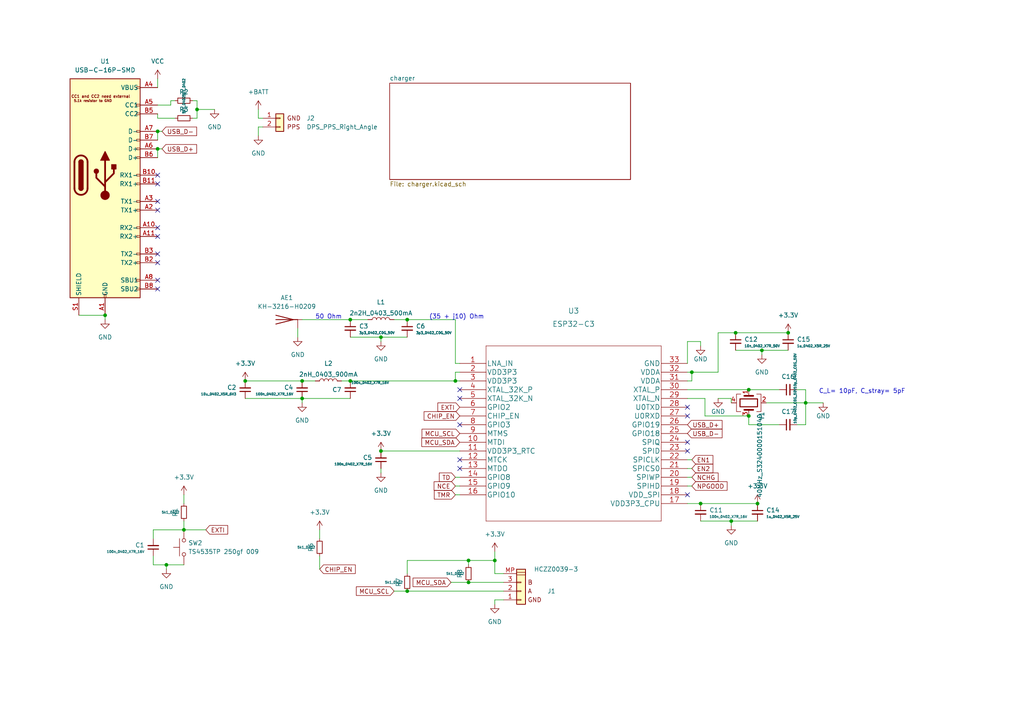
<source format=kicad_sch>
(kicad_sch (version 20231120) (generator "eeschema") (generator_version "8.0")
  (paper "A4")
  (lib_symbols
    (symbol "1_switch:TS4535TP 250gf 009" (pin_numbers hide) (pin_names (offset 1.016) hide)
      (property "Reference" "SW" (at 1.27 2.54 0))
      (property "Value" "TS4535TP 250gf 009" (at 0 -3.175 0))
      (symbol "TS4535TP 250gf 009_0_1"
        (circle (center -2.032 0) (radius 0.508))
        (polyline (pts (xy 0 1.27) (xy 0 3.048)))
        (polyline (pts (xy 2.54 1.27) (xy -2.54 1.27)))
        (circle (center 2.032 0) (radius 0.508))
        (pin passive line (at -5.08 0 0) (length 2.54) (name "1") (number "1"))
        (pin passive line (at 5.08 0 180) (length 2.54) (name "2") (number "2"))
      )
    )
    (symbol "DPS_connectors:DPS_485" (pin_names (offset 1.016) hide)
      (property "Reference" "J" (at 0 5.08 0))
      (property "Value" "HCZZ0039-3" (at 10.16 -6.35 0))
      (symbol "DPS_485_0_0"
        (text "GND" (at 1.905 2.54 0) (effects (font (size 1.27 1.27)) (justify left)))
      )
      (symbol "DPS_485_0_1"
        (rectangle (start -1.27 -4.699) (end 1.27 -5.461))
      )
      (symbol "DPS_485_1_0"
        (text "B" (at 1.905 -2.54 0) (effects (font (size 1.27 1.27)) (justify left)))
      )
      (symbol "DPS_485_1_1"
        (rectangle (start -1.27 -2.413) (end 0 -2.667) (stroke (width 0.1524)))
        (rectangle (start -1.27 0.127) (end 0 -0.127) (stroke (width 0.1524)))
        (rectangle (start -1.27 2.667) (end 0 2.413) (stroke (width 0.1524)))
        (rectangle (start -1.27 3.81) (end 1.27 -6.35) (stroke (width 0.254)) (fill (type background)))
        (text "A" (at 1.905 0 0) (effects (font (size 1.27 1.27)) (justify left)))
        (pin passive line (at -5.08 2.54 0) (length 3.81) (name "Pin_1") (number "1"))
        (pin passive line (at -5.08 0 0) (length 3.81) (name "Pin_2") (number "2"))
        (pin passive line (at -5.08 -2.54 0) (length 3.81) (name "Pin_3") (number "3"))
        (pin passive line (at -5.08 -5.08 0) (length 3.81) (name "MP") (number "MP"))
      )
    )
    (symbol "DPS_connectors:DPS_PPS_Right_Angle" (pin_names (offset 1.016) hide)
      (property "Reference" "J" (at 0 3.81 0))
      (property "Value" "DPS_PPS_Right_Angle" (at 0 -3.81 0))
      (symbol "DPS_PPS_Right_Angle_0_0"
        (text "GND" (at 1.905 1.27 0) (effects (font (size 1.27 1.27)) (justify left)))
      )
      (symbol "DPS_PPS_Right_Angle_1_0"
        (text "PPS" (at 1.905 -1.27 0) (effects (font (size 1.27 1.27)) (justify left)))
      )
      (symbol "DPS_PPS_Right_Angle_1_1"
        (rectangle (start -1.27 -1.143) (end 0 -1.397) (stroke (width 0.1524)))
        (rectangle (start -1.27 1.397) (end 0 1.143) (stroke (width 0.1524)))
        (rectangle (start -1.27 2.54) (end 1.016 -2.54) (stroke (width 0.254)) (fill (type background)))
        (pin passive line (at -5.08 1.27 0) (length 3.81) (name "Pin_1") (number "1"))
        (pin passive line (at -5.08 -1.27 0) (length 3.81) (name "Pin_2") (number "2"))
      )
    )
    (symbol "DPS_connectors:USB-C-16P-SMD"
      (property "Reference" "U" (at 0 36.83 0))
      (property "Value" "USB-C-16P-SMD" (at 0 34.29 0))
      (symbol "USB-C-16P-SMD_0_0"
        (rectangle (start -0.254 -30.48) (end 0.254 -29.464))
        (rectangle (start 10.16 -27.686) (end 9.144 -28.194))
        (rectangle (start 10.16 -25.146) (end 9.144 -25.654))
        (rectangle (start 10.16 -20.066) (end 9.144 -20.574))
        (rectangle (start 10.16 -17.526) (end 9.144 -18.034))
        (rectangle (start 10.16 -12.446) (end 9.144 -12.954))
        (rectangle (start 10.16 -9.906) (end 9.144 -10.414))
        (rectangle (start 10.16 -4.826) (end 9.144 -5.334))
        (rectangle (start 10.16 -2.286) (end 9.144 -2.794))
        (rectangle (start 10.16 2.794) (end 9.144 2.286))
        (rectangle (start 10.16 5.334) (end 9.144 4.826))
        (rectangle (start 10.16 10.414) (end 9.144 9.906))
        (rectangle (start 10.16 12.954) (end 9.144 12.446))
        (rectangle (start 10.16 15.494) (end 9.144 14.986))
        (rectangle (start 10.16 18.034) (end 9.144 17.526))
        (rectangle (start 10.16 23.114) (end 9.144 22.606))
        (rectangle (start 10.16 25.654) (end 9.144 25.146))
        (rectangle (start 10.16 30.734) (end 9.144 30.226))
        (text " 5.1k resistor to GND" (at -3.81 26.67 0) (effects (font (size 0.7 0.7))))
        (text "CC1 and CC2 need external" (at -1.27 27.94 0) (effects (font (size 0.8 0.8))))
      )
      (symbol "USB-C-16P-SMD_0_1"
        (rectangle (start -10.16 33.02) (end 10.16 -30.48) (stroke (width 0.254)) (fill (type background)))
        (arc (start -8.89 1.27) (mid -6.985 -0.6267) (end -5.08 1.27) (stroke (width 0.508)))
        (arc (start -7.62 1.27) (mid -6.985 0.6377) (end -6.35 1.27) (stroke (width 0.254)))
        (arc (start -7.62 1.27) (mid -6.985 0.6377) (end -6.35 1.27) (stroke (width 0.254)) (fill (type outline)))
        (rectangle (start -7.62 1.27) (end -6.35 8.89) (stroke (width 0.254)) (fill (type outline)))
        (arc (start -6.35 8.89) (mid -6.985 9.5223) (end -7.62 8.89) (stroke (width 0.254)))
        (arc (start -6.35 8.89) (mid -6.985 9.5223) (end -7.62 8.89) (stroke (width 0.254)) (fill (type outline)))
        (arc (start -5.08 8.89) (mid -6.985 10.7867) (end -8.89 8.89) (stroke (width 0.508)))
        (polyline (pts (xy -8.89 1.27) (xy -8.89 8.89)) (stroke (width 0.508)))
        (polyline (pts (xy -5.08 8.89) (xy -5.08 1.27)) (stroke (width 0.508)))
      )
      (symbol "USB-C-16P-SMD_1_1"
        (circle (center -2.54 6.223) (radius 0.635) (stroke (width 0.254)) (fill (type outline)))
        (circle (center 0 -0.762) (radius 1.27) (fill (type outline)))
        (polyline (pts (xy 0 -0.762) (xy 0 9.398)) (stroke (width 0.508)))
        (polyline (pts (xy 0 1.778) (xy -2.54 4.318) (xy -2.54 5.588)) (stroke (width 0.508)))
        (polyline (pts (xy 0 3.048) (xy 2.54 5.588) (xy 2.54 6.858)) (stroke (width 0.508)))
        (polyline (pts (xy -1.27 9.398) (xy 0 11.938) (xy 1.27 9.398) (xy -1.27 9.398)) (stroke (width 0.254)) (fill (type outline)))
        (rectangle (start 1.905 6.858) (end 3.175 8.128) (stroke (width 0.254)) (fill (type outline)))
        (pin passive line (at 0 -35.56 90) (length 5.08) (name "GND") (number "A1"))
        (pin bidirectional line (at 15.24 -10.16 180) (length 5.08) (name "RX2-") (number "A10"))
        (pin bidirectional line (at 15.24 -12.7 180) (length 5.08) (name "RX2+") (number "A11"))
        (pin passive line (at 0 -35.56 90) (length 5.08) hide (name "GND") (number "A12"))
        (pin bidirectional line (at 15.24 -5.08 180) (length 5.08) (name "TX1+") (number "A2"))
        (pin bidirectional line (at 15.24 -2.54 180) (length 5.08) (name "TX1-") (number "A3"))
        (pin passive line (at 15.24 30.48 180) (length 5.08) (name "VBUS") (number "A4"))
        (pin bidirectional line (at 15.24 25.4 180) (length 5.08) (name "CC1") (number "A5"))
        (pin bidirectional line (at 15.24 12.7 180) (length 5.08) (name "D+") (number "A6"))
        (pin bidirectional line (at 15.24 17.78 180) (length 5.08) (name "D-") (number "A7"))
        (pin bidirectional line (at 15.24 -25.4 180) (length 5.08) (name "SBU1") (number "A8"))
        (pin passive line (at 15.24 30.48 180) (length 5.08) hide (name "VBUS") (number "A9"))
        (pin passive line (at 0 -35.56 90) (length 5.08) hide (name "GND") (number "B1"))
        (pin bidirectional line (at 15.24 5.08 180) (length 5.08) (name "RX1-") (number "B10"))
        (pin bidirectional line (at 15.24 2.54 180) (length 5.08) (name "RX1+") (number "B11"))
        (pin passive line (at 0 -35.56 90) (length 5.08) hide (name "GND") (number "B12"))
        (pin bidirectional line (at 15.24 -20.32 180) (length 5.08) (name "TX2+") (number "B2"))
        (pin bidirectional line (at 15.24 -17.78 180) (length 5.08) (name "TX2-") (number "B3"))
        (pin passive line (at 15.24 30.48 180) (length 5.08) hide (name "VBUS") (number "B4"))
        (pin bidirectional line (at 15.24 22.86 180) (length 5.08) (name "CC2") (number "B5"))
        (pin bidirectional line (at 15.24 10.16 180) (length 5.08) (name "D+") (number "B6"))
        (pin bidirectional line (at 15.24 15.24 180) (length 5.08) (name "D-") (number "B7"))
        (pin bidirectional line (at 15.24 -27.94 180) (length 5.08) (name "SBU2") (number "B8"))
        (pin passive line (at 15.24 30.48 180) (length 5.08) hide (name "VBUS") (number "B9"))
        (pin passive line (at -7.62 -35.56 90) (length 5.08) (name "SHIELD") (number "S1"))
      )
    )
    (symbol "ESP32-C3:ESP32-C3" (pin_names (offset 0.254))
      (property "Reference" "U" (at 33.02 10.16 0))
      (property "Value" "ESP32-C3" (at 33.02 7.62 0))
      (property "Footprint" "ESP32-C3:ESP32-C3" (at 33.02 6.096 0))
      (symbol "ESP32-C3_1_1"
        (polyline (pts (xy 7.62 -45.72) (xy 58.42 -45.72)) (stroke (width 0.127)))
        (polyline (pts (xy 7.62 5.08) (xy 7.62 -45.72)) (stroke (width 0.127)))
        (polyline (pts (xy 58.42 -45.72) (xy 58.42 5.08)) (stroke (width 0.127)))
        (polyline (pts (xy 58.42 5.08) (xy 7.62 5.08)) (stroke (width 0.127)))
        (pin bidirectional line (at 0 0 0) (length 7.62) (name "LNA_IN") (number "1"))
        (pin bidirectional line (at 0 -22.86 0) (length 7.62) (name "MTDI") (number "10"))
        (pin power_in line (at 0 -25.4 0) (length 7.62) (name "VDD3P3_RTC") (number "11"))
        (pin bidirectional line (at 0 -27.94 0) (length 7.62) (name "MTCK") (number "12"))
        (pin bidirectional line (at 0 -30.48 0) (length 7.62) (name "MTDO") (number "13"))
        (pin bidirectional line (at 0 -33.02 0) (length 7.62) (name "GPIO8") (number "14"))
        (pin bidirectional line (at 0 -35.56 0) (length 7.62) (name "GPIO9") (number "15"))
        (pin bidirectional line (at 0 -38.1 0) (length 7.62) (name "GPIO10") (number "16"))
        (pin power_in line (at 66.04 -40.64 180) (length 7.62) (name "VDD3P3_CPU") (number "17"))
        (pin power_in line (at 66.04 -38.1 180) (length 7.62) (name "VDD_SPI") (number "18"))
        (pin bidirectional line (at 66.04 -35.56 180) (length 7.62) (name "SPIHD") (number "19"))
        (pin power_in line (at 0 -2.54 0) (length 7.62) (name "VDD3P3") (number "2"))
        (pin bidirectional line (at 66.04 -33.02 180) (length 7.62) (name "SPIWP") (number "20"))
        (pin bidirectional line (at 66.04 -30.48 180) (length 7.62) (name "SPICS0") (number "21"))
        (pin bidirectional line (at 66.04 -27.94 180) (length 7.62) (name "SPICLK") (number "22"))
        (pin bidirectional line (at 66.04 -25.4 180) (length 7.62) (name "SPID") (number "23"))
        (pin bidirectional line (at 66.04 -22.86 180) (length 7.62) (name "SPIQ") (number "24"))
        (pin bidirectional line (at 66.04 -20.32 180) (length 7.62) (name "GPIO18") (number "25"))
        (pin bidirectional line (at 66.04 -17.78 180) (length 7.62) (name "GPIO19") (number "26"))
        (pin bidirectional line (at 66.04 -15.24 180) (length 7.62) (name "U0RXD") (number "27"))
        (pin bidirectional line (at 66.04 -12.7 180) (length 7.62) (name "U0TXD") (number "28"))
        (pin output line (at 66.04 -10.16 180) (length 7.62) (name "XTAL_N") (number "29"))
        (pin power_in line (at 0 -5.08 0) (length 7.62) (name "VDD3P3") (number "3"))
        (pin input line (at 66.04 -7.62 180) (length 7.62) (name "XTAL_P") (number "30"))
        (pin power_in line (at 66.04 -5.08 180) (length 7.62) (name "VDDA") (number "31"))
        (pin power_in line (at 66.04 -2.54 180) (length 7.62) (name "VDDA") (number "32"))
        (pin power_in line (at 66.04 0 180) (length 7.62) (name "GND") (number "33"))
        (pin bidirectional line (at 0 -7.62 0) (length 7.62) (name "XTAL_32K_P") (number "4"))
        (pin bidirectional line (at 0 -10.16 0) (length 7.62) (name "XTAL_32K_N") (number "5"))
        (pin bidirectional line (at 0 -12.7 0) (length 7.62) (name "GPIO2") (number "6"))
        (pin input line (at 0 -15.24 0) (length 7.62) (name "CHIP_EN") (number "7"))
        (pin bidirectional line (at 0 -17.78 0) (length 7.62) (name "GPIO3") (number "8"))
        (pin bidirectional line (at 0 -20.32 0) (length 7.62) (name "MTMS") (number "9"))
      )
    )
    (symbol "ESP32-C3_Bib:10p_0402_C0G_50V" (pin_numbers hide) (pin_names (offset 0.254) hide)
      (property "Reference" "C" (at 0.254 1.778 0))
      (property "Value" "10p_0402_C0G_50V" (at 0.254 -2.032 0))
      (symbol "10p_0402_C0G_50V_0_1"
        (polyline (pts (xy -1.524 -0.508) (xy 1.524 -0.508)) (stroke (width 0.3302)))
        (polyline (pts (xy -1.524 0.508) (xy 1.524 0.508)) (stroke (width 0.3048)))
      )
      (symbol "10p_0402_C0G_50V_1_1"
        (pin passive line (at 0 2.54 270) (length 2.032) (name "~") (number "1"))
        (pin passive line (at 0 -2.54 90) (length 2.032) (name "~") (number "2"))
      )
    )
    (symbol "ESP32-C3_Bib:2n2H_0403_500mA" (pin_numbers hide) (pin_names (offset 1.016) hide)
      (property "Reference" "L" (at -1.27 0 90))
      (property "Value" "2n2H_0403_500mA" (at 1.905 0 90))
      (symbol "2n2H_0403_500mA_0_1"
        (arc (start 0 -2.54) (mid 0.6323 -1.905) (end 0 -1.27))
        (arc (start 0 -1.27) (mid 0.6323 -0.635) (end 0 0))
        (arc (start 0 0) (mid 0.6323 0.635) (end 0 1.27))
        (arc (start 0 1.27) (mid 0.6323 1.905) (end 0 2.54))
      )
      (symbol "2n2H_0403_500mA_1_1"
        (pin passive line (at 0 3.81 270) (length 1.27) (name "1") (number "1"))
        (pin passive line (at 0 -3.81 90) (length 1.27) (name "2") (number "2"))
      )
    )
    (symbol "ESP32-C3_Bib:2nH_0403_900mA" (pin_numbers hide) (pin_names (offset 1.016) hide)
      (property "Reference" "L" (at -1.27 0 90))
      (property "Value" "2nH_0403_900mA" (at 1.905 0 90))
      (symbol "2nH_0403_900mA_0_1"
        (arc (start 0 -2.54) (mid 0.6323 -1.905) (end 0 -1.27))
        (arc (start 0 -1.27) (mid 0.6323 -0.635) (end 0 0))
        (arc (start 0 0) (mid 0.6323 0.635) (end 0 1.27))
        (arc (start 0 1.27) (mid 0.6323 1.905) (end 0 2.54))
      )
      (symbol "2nH_0403_900mA_1_1"
        (pin passive line (at 0 3.81 270) (length 1.27) (name "1") (number "1"))
        (pin passive line (at 0 -3.81 90) (length 1.27) (name "2") (number "2"))
      )
    )
    (symbol "ESP32-C3_Bib:3p3_0402_C0G_50V" (pin_numbers hide) (pin_names (offset 0.254) hide)
      (property "Reference" "C" (at 0.254 1.778 0))
      (property "Value" "3p3_0402_C0G_50V" (at 0.254 -2.032 0))
      (symbol "3p3_0402_C0G_50V_0_1"
        (polyline (pts (xy -1.524 -0.508) (xy 1.524 -0.508)) (stroke (width 0.3302)))
        (polyline (pts (xy -1.524 0.508) (xy 1.524 0.508)) (stroke (width 0.3048)))
      )
      (symbol "3p3_0402_C0G_50V_1_1"
        (pin passive line (at 0 2.54 270) (length 2.032) (name "~") (number "1"))
        (pin passive line (at 0 -2.54 90) (length 2.032) (name "~") (number "2"))
      )
    )
    (symbol "ESP32-C3_Bib:40MHz_S3240000151040" (pin_names (offset 1.016) hide)
      (property "Reference" "Y" (at 3.175 5.08 0))
      (property "Value" "40MHz_S3240000151040" (at 3.175 3.175 0))
      (symbol "40MHz_S3240000151040_0_1"
        (rectangle (start -1.143 2.54) (end 1.143 -2.54) (stroke (width 0.3048)))
        (polyline (pts (xy -2.54 0) (xy -2.032 0)))
        (polyline (pts (xy -2.032 -1.27) (xy -2.032 1.27)) (stroke (width 0.508)))
        (polyline (pts (xy 0 -3.81) (xy 0 -3.556)))
        (polyline (pts (xy 0 3.556) (xy 0 3.81)))
        (polyline (pts (xy 2.032 -1.27) (xy 2.032 1.27)) (stroke (width 0.508)))
        (polyline (pts (xy 2.032 0) (xy 2.54 0)))
        (polyline (pts (xy -2.54 -2.286) (xy -2.54 -3.556) (xy 2.54 -3.556) (xy 2.54 -2.286)))
        (polyline (pts (xy -2.54 2.286) (xy -2.54 3.556) (xy 2.54 3.556) (xy 2.54 2.286)))
      )
      (symbol "40MHz_S3240000151040_1_1"
        (pin bidirectional line (at -3.81 0 0) (length 1.27) (name "OSC1") (number "1"))
        (pin power_in line (at 0 5.08 270) (length 1.27) (name "GND") (number "2"))
        (pin bidirectional line (at 3.81 0 180) (length 1.27) (name "OSC2") (number "3"))
        (pin power_in line (at 0 -5.08 90) (length 1.27) (name "GND") (number "4"))
      )
    )
    (symbol "ESP32-C3_Bib:KH-3216-H0209" (pin_numbers hide) (pin_names (offset 1.016) hide)
      (property "Reference" "AE" (at -1.905 1.905 0))
      (property "Value" "KH-3216-H0209" (at -1.905 0 0))
      (symbol "KH-3216-H0209_0_0"
        (pin power_in line (at 2.54 -3.81 180) (length 2.54) (name "GND") (number "2"))
      )
      (symbol "KH-3216-H0209_0_1"
        (polyline (pts (xy 0 2.54) (xy 0 -3.81)) (stroke (width 0.254)))
        (polyline (pts (xy 1.27 2.54) (xy 0 -2.54) (xy -1.27 2.54)) (stroke (width 0.254)))
      )
      (symbol "KH-3216-H0209_1_1"
        (pin input line (at 0 -5.08 90) (length 2.54) (name "A") (number "1"))
      )
    )
    (symbol "capacitor_smd_standard:100n_0402_X7R_16V" (pin_numbers hide) (pin_names (offset 0.254) hide)
      (property "Reference" "C" (at 0.254 1.778 0))
      (property "Value" "100n_0402_X7R_16V" (at 0.254 -2.032 0))
      (symbol "100n_0402_X7R_16V_0_1"
        (polyline (pts (xy -1.524 -0.508) (xy 1.524 -0.508)) (stroke (width 0.3302)))
        (polyline (pts (xy -1.524 0.508) (xy 1.524 0.508)) (stroke (width 0.3048)))
      )
      (symbol "100n_0402_X7R_16V_1_1"
        (pin passive line (at 0 2.54 270) (length 2.032) (name "~") (number "1"))
        (pin passive line (at 0 -2.54 90) (length 2.032) (name "~") (number "2"))
      )
    )
    (symbol "capacitor_smd_standard:10n_0402_X7R_50V" (pin_numbers hide) (pin_names (offset 0.254) hide)
      (property "Reference" "C" (at 0.254 1.778 0))
      (property "Value" "10n_0402_X7R_50V" (at 0.254 -2.032 0))
      (symbol "10n_0402_X7R_50V_0_1"
        (polyline (pts (xy -1.524 -0.508) (xy 1.524 -0.508)) (stroke (width 0.3302)))
        (polyline (pts (xy -1.524 0.508) (xy 1.524 0.508)) (stroke (width 0.3048)))
      )
      (symbol "10n_0402_X7R_50V_1_1"
        (pin passive line (at 0 2.54 270) (length 2.032) (name "~") (number "1"))
        (pin passive line (at 0 -2.54 90) (length 2.032) (name "~") (number "2"))
      )
    )
    (symbol "capacitor_smd_standard:10u_0402_X5R_6V3" (pin_numbers hide) (pin_names (offset 0.254) hide)
      (property "Reference" "C" (at 0.254 1.778 0))
      (property "Value" "10u_0402_X5R_6V3" (at 0.254 -2.032 0))
      (symbol "10u_0402_X5R_6V3_0_1"
        (polyline (pts (xy -1.524 -0.508) (xy 1.524 -0.508)) (stroke (width 0.3302)))
        (polyline (pts (xy -1.524 0.508) (xy 1.524 0.508)) (stroke (width 0.3048)))
      )
      (symbol "10u_0402_X5R_6V3_1_1"
        (pin passive line (at 0 2.54 270) (length 2.032) (name "~") (number "1"))
        (pin passive line (at 0 -2.54 90) (length 2.032) (name "~") (number "2"))
      )
    )
    (symbol "capacitor_smd_standard:1u_0402_X5R_25V" (pin_numbers hide) (pin_names (offset 0.254) hide)
      (property "Reference" "C" (at 0.254 1.778 0))
      (property "Value" "1u_0402_X5R_25V" (at 0.254 -2.032 0))
      (symbol "1u_0402_X5R_25V_0_1"
        (polyline (pts (xy -1.524 -0.508) (xy 1.524 -0.508)) (stroke (width 0.3302)))
        (polyline (pts (xy -1.524 0.508) (xy 1.524 0.508)) (stroke (width 0.3048)))
      )
      (symbol "1u_0402_X5R_25V_1_1"
        (pin passive line (at 0 2.54 270) (length 2.032) (name "~") (number "1"))
        (pin passive line (at 0 -2.54 90) (length 2.032) (name "~") (number "2"))
      )
    )
    (symbol "power:+3.3V" (power) (pin_names (offset 0))
      (property "Value" "+3.3V" (at 0 3.556 0))
      (symbol "+3.3V_0_1"
        (polyline (pts (xy -0.762 1.27) (xy 0 2.54)))
        (polyline (pts (xy 0 0) (xy 0 2.54)))
        (polyline (pts (xy 0 2.54) (xy 0.762 1.27)))
      )
      (symbol "+3.3V_1_1"
        (pin power_in line (at 0 0 90) (length 0) hide (name "+3.3V") (number "1"))
      )
    )
    (symbol "power:+BATT" (power) (pin_names (offset 0))
      (property "Value" "+BATT" (at 0 3.556 0))
      (symbol "+BATT_0_1"
        (polyline (pts (xy -0.762 1.27) (xy 0 2.54)))
        (polyline (pts (xy 0 0) (xy 0 2.54)))
        (polyline (pts (xy 0 2.54) (xy 0.762 1.27)))
      )
      (symbol "+BATT_1_1"
        (pin power_in line (at 0 0 90) (length 0) hide (name "+BATT") (number "1"))
      )
    )
    (symbol "power:GND" (power) (pin_names (offset 0))
      (property "Value" "GND" (at 0 -3.81 0))
      (symbol "GND_0_1"
        (polyline (pts (xy 0 0) (xy 0 -1.27) (xy 1.27 -1.27) (xy 0 -2.54) (xy -1.27 -1.27) (xy 0 -1.27)))
      )
      (symbol "GND_1_1"
        (pin power_in line (at 0 0 270) (length 0) hide (name "GND") (number "1"))
      )
    )
    (symbol "power:VCC" (power) (pin_names (offset 0))
      (property "Value" "VCC" (at 0 3.81 0))
      (symbol "VCC_0_1"
        (polyline (pts (xy -0.762 1.27) (xy 0 2.54)))
        (polyline (pts (xy 0 0) (xy 0 2.54)))
        (polyline (pts (xy 0 2.54) (xy 0.762 1.27)))
      )
      (symbol "VCC_1_1"
        (pin power_in line (at 0 0 90) (length 0) hide (name "VCC") (number "1"))
      )
    )
    (symbol "resistor_smd_standard:5k1_0402" (pin_numbers hide) (pin_names (offset 0.254) hide)
      (property "Reference" "R" (at 1.27 1.27 0))
      (property "Value" "5k1_0402" (at 1.27 0 0))
      (symbol "5k1_0402_0_1"
        (rectangle (start -0.762 1.778) (end 0.762 -1.778) (stroke (width 0.2032)))
      )
      (symbol "5k1_0402_1_1"
        (pin passive line (at 0 2.54 270) (length 0.762) (name "~") (number "1"))
        (pin passive line (at 0 -2.54 90) (length 0.762) (name "~") (number "2"))
      )
    )
  )
  (junction (at 217.17 120.65))
  (junction (at 217.17 113.03))
  (junction (at 118.11 92.71))
  (junction (at 87.63 110.49))
  (junction (at 30.48 91.44))
  (junction (at 132.08 110.49))
  (junction (at 71.12 110.49))
  (junction (at 135.89 162.56))
  (junction (at 48.26 163.83))
  (junction (at 45.72 43.18))
  (junction (at 135.89 168.91))
  (junction (at 110.49 97.79))
  (junction (at 57.15 31.75))
  (junction (at 118.11 171.45))
  (junction (at 200.66 107.95))
  (junction (at 213.36 96.52))
  (junction (at 219.71 146.05))
  (junction (at 228.6 96.52))
  (junction (at 143.51 162.56))
  (junction (at 101.6 92.71))
  (junction (at 53.34 153.67))
  (junction (at 110.49 130.81))
  (junction (at 203.2 146.05))
  (junction (at 220.98 101.6))
  (junction (at 87.63 115.57))
  (junction (at 233.68 116.84))
  (junction (at 212.09 151.13))
  (junction (at 101.6 110.49))
  (junction (at 45.72 38.1))
  (no_connect (at 199.39 143.51))
  (no_connect (at 199.39 118.11))
  (no_connect (at 199.39 130.81))
  (no_connect (at 199.39 120.65))
  (no_connect (at 199.39 128.27))
  (no_connect (at 133.35 115.57))
  (no_connect (at 133.35 133.35))
  (no_connect (at 133.35 123.19))
  (no_connect (at 133.35 135.89))
  (no_connect (at 133.35 113.03))
  (no_connect (at 45.72 66.04))
  (no_connect (at 45.72 68.58))
  (no_connect (at 45.72 73.66))
  (no_connect (at 45.72 76.2))
  (no_connect (at 45.72 58.42))
  (no_connect (at 45.72 60.96))
  (no_connect (at 45.72 81.28))
  (no_connect (at 45.72 83.82))
  (no_connect (at 45.72 53.34))
  (no_connect (at 45.72 50.8))
  (wire (pts (xy 199.39 107.95) (xy 200.66 107.95)))
  (wire (pts (xy 212.09 116.84) (xy 212.09 115.57)))
  (wire (pts (xy 220.98 101.6) (xy 228.6 101.6)))
  (wire (pts (xy 22.86 91.44) (xy 30.48 91.44)))
  (wire (pts (xy 57.15 29.21) (xy 57.15 31.75)))
  (wire (pts (xy 231.14 113.03) (xy 233.68 113.03)))
  (wire (pts (xy 87.63 115.57) (xy 101.6 115.57)))
  (wire (pts (xy 132.08 110.49) (xy 133.35 110.49)))
  (wire (pts (xy 204.47 120.65) (xy 217.17 120.65)))
  (wire (pts (xy 53.34 151.13) (xy 53.34 153.67)))
  (wire (pts (xy 143.51 166.37) (xy 146.05 166.37)))
  (wire (pts (xy 132.08 140.97) (xy 133.35 140.97)))
  (wire (pts (xy 132.08 92.71) (xy 132.08 105.41)))
  (wire (pts (xy 101.6 97.79) (xy 110.49 97.79)))
  (wire (pts (xy 86.36 95.25) (xy 86.36 97.79)))
  (wire (pts (xy 204.47 120.65) (xy 204.47 115.57)))
  (wire (pts (xy 135.89 162.56) (xy 135.89 163.83)))
  (wire (pts (xy 132.08 143.51) (xy 133.35 143.51)))
  (wire (pts (xy 44.45 163.83) (xy 48.26 163.83)))
  (wire (pts (xy 110.49 97.79) (xy 118.11 97.79)))
  (wire (pts (xy 48.26 163.83) (xy 53.34 163.83)))
  (wire (pts (xy 92.71 153.67) (xy 92.71 156.21)))
  (wire (pts (xy 76.2 34.29) (xy 74.93 34.29)))
  (wire (pts (xy 57.15 31.75) (xy 62.23 31.75)))
  (wire (pts (xy 132.08 138.43) (xy 133.35 138.43)))
  (wire (pts (xy 208.28 96.52) (xy 213.36 96.52)))
  (wire (pts (xy 114.3 171.45) (xy 118.11 171.45)))
  (wire (pts (xy 101.6 92.71) (xy 106.68 92.71)))
  (wire (pts (xy 199.39 113.03) (xy 217.17 113.03)))
  (wire (pts (xy 57.15 31.75) (xy 57.15 34.29)))
  (wire (pts (xy 92.71 161.29) (xy 92.71 165.1)))
  (wire (pts (xy 101.6 110.49) (xy 132.08 110.49)))
  (wire (pts (xy 87.63 110.49) (xy 91.44 110.49)))
  (wire (pts (xy 114.3 92.71) (xy 118.11 92.71)))
  (wire (pts (xy 110.49 130.81) (xy 133.35 130.81)))
  (wire (pts (xy 99.06 110.49) (xy 101.6 110.49)))
  (wire (pts (xy 199.39 105.41) (xy 199.39 99.06)))
  (wire (pts (xy 199.39 135.89) (xy 200.66 135.89)))
  (wire (pts (xy 50.8 34.29) (xy 45.72 34.29)))
  (wire (pts (xy 204.47 115.57) (xy 199.39 115.57)))
  (wire (pts (xy 199.39 99.06) (xy 203.2 99.06)))
  (wire (pts (xy 74.93 31.75) (xy 74.93 34.29)))
  (wire (pts (xy 220.98 101.6) (xy 220.98 102.87)))
  (wire (pts (xy 199.39 110.49) (xy 200.66 110.49)))
  (wire (pts (xy 45.72 34.29) (xy 45.72 33.02)))
  (wire (pts (xy 45.72 25.4) (xy 45.72 22.86)))
  (wire (pts (xy 231.14 123.19) (xy 233.68 123.19)))
  (wire (pts (xy 45.72 43.18) (xy 45.72 45.72)))
  (wire (pts (xy 135.89 168.91) (xy 146.05 168.91)))
  (wire (pts (xy 212.09 115.57) (xy 208.28 115.57)))
  (wire (pts (xy 44.45 161.29) (xy 44.45 163.83)))
  (wire (pts (xy 217.17 120.65) (xy 217.17 123.19)))
  (wire (pts (xy 53.34 143.51) (xy 53.34 146.05)))
  (wire (pts (xy 233.68 113.03) (xy 233.68 116.84)))
  (wire (pts (xy 217.17 113.03) (xy 226.06 113.03)))
  (wire (pts (xy 87.63 92.71) (xy 101.6 92.71)))
  (wire (pts (xy 203.2 99.06) (xy 203.2 100.33)))
  (wire (pts (xy 110.49 97.79) (xy 110.49 99.06)))
  (wire (pts (xy 143.51 173.99) (xy 146.05 173.99)))
  (wire (pts (xy 133.35 107.95) (xy 132.08 107.95)))
  (wire (pts (xy 55.88 34.29) (xy 57.15 34.29)))
  (wire (pts (xy 143.51 160.02) (xy 143.51 162.56)))
  (wire (pts (xy 48.26 163.83) (xy 48.26 165.1)))
  (wire (pts (xy 71.12 115.57) (xy 87.63 115.57)))
  (wire (pts (xy 71.12 110.49) (xy 87.63 110.49)))
  (wire (pts (xy 45.72 38.1) (xy 46.99 38.1)))
  (wire (pts (xy 130.81 168.91) (xy 135.89 168.91)))
  (wire (pts (xy 110.49 135.89) (xy 110.49 137.16)))
  (wire (pts (xy 143.51 173.99) (xy 143.51 175.26)))
  (wire (pts (xy 233.68 123.19) (xy 233.68 116.84)))
  (wire (pts (xy 203.2 151.13) (xy 212.09 151.13)))
  (wire (pts (xy 212.09 151.13) (xy 212.09 152.4)))
  (wire (pts (xy 87.63 115.57) (xy 87.63 116.84)))
  (wire (pts (xy 212.09 151.13) (xy 219.71 151.13)))
  (wire (pts (xy 118.11 92.71) (xy 132.08 92.71)))
  (wire (pts (xy 135.89 162.56) (xy 143.51 162.56)))
  (wire (pts (xy 44.45 153.67) (xy 53.34 153.67)))
  (wire (pts (xy 213.36 101.6) (xy 220.98 101.6)))
  (wire (pts (xy 49.53 29.21) (xy 50.8 29.21)))
  (wire (pts (xy 132.08 107.95) (xy 132.08 110.49)))
  (wire (pts (xy 203.2 146.05) (xy 219.71 146.05)))
  (wire (pts (xy 233.68 116.84) (xy 238.76 116.84)))
  (wire (pts (xy 118.11 162.56) (xy 135.89 162.56)))
  (wire (pts (xy 45.72 38.1) (xy 45.72 40.64)))
  (wire (pts (xy 55.88 29.21) (xy 57.15 29.21)))
  (wire (pts (xy 143.51 162.56) (xy 143.51 166.37)))
  (wire (pts (xy 74.93 36.83) (xy 76.2 36.83)))
  (wire (pts (xy 45.72 43.18) (xy 46.99 43.18)))
  (wire (pts (xy 53.34 153.67) (xy 59.69 153.67)))
  (wire (pts (xy 118.11 171.45) (xy 146.05 171.45)))
  (wire (pts (xy 74.93 39.37) (xy 74.93 36.83)))
  (wire (pts (xy 118.11 166.37) (xy 118.11 162.56)))
  (wire (pts (xy 199.39 138.43) (xy 200.66 138.43)))
  (wire (pts (xy 45.72 30.48) (xy 49.53 30.48)))
  (wire (pts (xy 49.53 30.48) (xy 49.53 29.21)))
  (wire (pts (xy 200.66 110.49) (xy 200.66 107.95)))
  (wire (pts (xy 132.08 105.41) (xy 133.35 105.41)))
  (wire (pts (xy 44.45 156.21) (xy 44.45 153.67)))
  (wire (pts (xy 213.36 96.52) (xy 228.6 96.52)))
  (wire (pts (xy 222.25 116.84) (xy 233.68 116.84)))
  (wire (pts (xy 199.39 133.35) (xy 200.66 133.35)))
  (wire (pts (xy 208.28 107.95) (xy 208.28 96.52)))
  (wire (pts (xy 199.39 140.97) (xy 200.66 140.97)))
  (wire (pts (xy 200.66 107.95) (xy 208.28 107.95)))
  (wire (pts (xy 30.48 91.44) (xy 30.48 92.71)))
  (wire (pts (xy 199.39 146.05) (xy 203.2 146.05)))
  (wire (pts (xy 217.17 123.19) (xy 226.06 123.19)))
  (text "50 Ohm\n" (at 91.44 92.71 0) (effects (font (size 1.27 1.27)) (justify left bottom)))
  (text "(35 + j10) Ohm" (at 124.46 92.71 0) (effects (font (size 1.27 1.27)) (justify left bottom)))
  (text "C_L= 10pF, C_stray= 5pF" (at 237.49 114.3 0) (effects (font (size 1.27 1.27)) (justify left bottom)))
  (global_label "MCU_SCL" (shape input) (at 114.3 171.45 180) (property "Intersheetrefs" "${INTERSHEET_REFS}" (effects (hide yes))))
  (global_label "MCU_SCL" (shape input) (at 133.35 125.73 180) (property "Intersheetrefs" "${INTERSHEET_REFS}" (effects (hide yes))))
  (global_label "NCE" (shape input) (at 132.08 140.97 180) (property "Intersheetrefs" "${INTERSHEET_REFS}" (effects (hide yes))))
  (global_label "NCHG" (shape input) (at 200.66 138.43 0) (property "Intersheetrefs" "${INTERSHEET_REFS}" (effects (hide yes))))
  (global_label "USB_D-" (shape input) (at 46.99 38.1 0) (property "Intersheetrefs" "${INTERSHEET_REFS}" (effects (hide yes))))
  (global_label "USB_D-" (shape input) (at 199.39 125.73 0) (property "Intersheetrefs" "${INTERSHEET_REFS}" (effects (hide yes))))
  (global_label "EN1" (shape input) (at 200.66 133.35 0) (property "Intersheetrefs" "${INTERSHEET_REFS}" (effects (hide yes))))
  (global_label "EXTI" (shape input) (at 59.69 153.67 0) (property "Intersheetrefs" "${INTERSHEET_REFS}" (effects (hide yes))))
  (global_label "EXTI" (shape input) (at 133.35 118.11 180) (property "Intersheetrefs" "${INTERSHEET_REFS}" (effects (hide yes))))
  (global_label "USB_D+" (shape input) (at 46.99 43.18 0) (property "Intersheetrefs" "${INTERSHEET_REFS}" (effects (hide yes))))
  (global_label "TD" (shape input) (at 132.08 138.43 180) (property "Intersheetrefs" "${INTERSHEET_REFS}" (effects (hide yes))))
  (global_label "MCU_SDA" (shape input) (at 133.35 128.27 180) (property "Intersheetrefs" "${INTERSHEET_REFS}" (effects (hide yes))))
  (global_label "TMR" (shape input) (at 132.08 143.51 180) (property "Intersheetrefs" "${INTERSHEET_REFS}" (effects (hide yes))))
  (global_label "USB_D+" (shape input) (at 199.39 123.19 0) (property "Intersheetrefs" "${INTERSHEET_REFS}" (effects (hide yes))))
  (global_label "MCU_SDA" (shape input) (at 130.81 168.91 180) (property "Intersheetrefs" "${INTERSHEET_REFS}" (effects (hide yes))))
  (global_label "NPGOOD" (shape input) (at 200.66 140.97 0) (property "Intersheetrefs" "${INTERSHEET_REFS}" (effects (hide yes))))
  (global_label "CHIP_EN" (shape input) (at 133.35 120.65 180) (property "Intersheetrefs" "${INTERSHEET_REFS}" (effects (hide yes))))
  (global_label "EN2" (shape input) (at 200.66 135.89 0) (property "Intersheetrefs" "${INTERSHEET_REFS}" (effects (hide yes))))
  (global_label "CHIP_EN" (shape input) (at 92.71 165.1 0) (property "Intersheetrefs" "${INTERSHEET_REFS}" (effects (hide yes))))
  (symbol (lib_id "ESP32-C3_Bib:10p_0402_C0G_50V") (at 228.6 113.03 90) (unit 1)
    (property "Reference" "C16" (at 228.6 109.22 90))
    (property "Value" "10p_0402_C0G_50V" (at 230.632 112.776 0) (effects (font (size 0.7 0.7)) (justify left)))
    (property "Footprint" "Capacitor_SMD:C_0402_1005Metric" (effects (hide yes)))
    (property "Datasheet" "https://datasheet.lcsc.com/lcsc/1810261513_Samsung-Electro-Mechanics-CL10C100JB8NNNC_C1634.pdf" (effects (hide yes)))
    (property "LCSC" "C1634" (effects (hide yes)))
    (property "Price800" "0.0037" (effects (hide yes)))
  )
  (symbol (lib_id "power:GND") (at 110.49 137.16 0) (unit 1)
    (property "Reference" "#PWR09" (effects (hide yes)))
    (property "Value" "GND" (at 110.49 142.24 0))
  )
  (symbol (lib_id "power:+3.3V") (at 228.6 96.52 0) (unit 1)
    (property "Reference" "#PWR033" (effects (hide yes)))
    (property "Value" "+3.3V" (at 228.6 91.44 0))
  )
  (symbol (lib_id "power:+3.3V") (at 143.51 160.02 0) (unit 1)
    (property "Reference" "#PWR035" (effects (hide yes)))
    (property "Value" "+3.3V" (at 143.51 154.94 0))
  )
  (symbol (lib_id "capacitor_smd_standard:100n_0402_X7R_16V") (at 87.63 113.03 0) (mirror x) (unit 1)
    (property "Reference" "C4" (at 85.09 112.3886 0) (effects (justify right)))
    (property "Value" "100n_0402_X7R_16V" (at 85.09 114.2936 0) (effects (font (size 0.7 0.7)) (justify right)))
    (property "Footprint" "Capacitor_SMD:C_0402_1005Metric" (effects (hide yes)))
    (property "Datasheet" "https://datasheet.lcsc.com/lcsc/1810191219_Samsung-Electro-Mechanics-CL05B104KO5NNNC_C1525.pdf" (effects (hide yes)))
    (property "LCSC" "C1525" (effects (hide yes)))
    (property "Price1000" "0.0006" (effects (hide yes)))
    (property "QtyReel" "10000" (effects (hide yes)))
  )
  (symbol (lib_id "capacitor_smd_standard:10u_0402_X5R_6V3") (at 71.12 113.03 0) (mirror x) (unit 1)
    (property "Reference" "C2" (at 68.58 112.3886 0) (effects (justify right)))
    (property "Value" "10u_0402_X5R_6V3" (at 68.58 114.2936 0) (effects (font (size 0.7 0.7)) (justify right)))
    (property "Footprint" "Capacitor_SMD:C_0402_1005Metric" (effects (hide yes)))
    (property "Datasheet" "https://datasheet.lcsc.com/lcsc/1810191215_Samsung-Electro-Mechanics-CL05A106MQ5NUNC_C15525.pdf" (effects (hide yes)))
    (property "LCSC" "C15525" (effects (hide yes)))
    (property "Price1000" "0.0027" (effects (hide yes)))
  )
  (symbol (lib_id "resistor_smd_standard:5k1_0402") (at 118.11 168.91 180) (unit 1)
    (property "Reference" "R7" (at 115.57 168.91 90))
    (property "Value" "5k1_0402" (at 116.84 168.91 0) (effects (font (size 0.7 0.7)) (justify left)))
    (property "Footprint" "Resistor_SMD:R_0402_1005Metric" (effects (hide yes)))
    (property "Datasheet" "https://datasheet.lcsc.com/lcsc/2110260030_UNI-ROYAL-Uniroyal-Elec-0402WGF5101TCE_C25905.pdf" (effects (hide yes)))
    (property "Description" "±1% 1/16W Thick Film Resistors 50V ±100ppm/℃ -55℃~+155℃ 5.1kΩ 0402 Chip Resistor - Surface Mount ROHS" (effects (hide yes)))
    (property "LCSC" "C25905" (effects (hide yes)))
    (property "Tollerance" "1%" (effects (hide yes)))
    (property "Voltage" "50V" (effects (hide yes)))
  )
  (symbol (lib_id "capacitor_smd_standard:1u_0402_X5R_25V") (at 219.71 148.59 0) (unit 1)
    (property "Reference" "C14" (at 222.25 147.9613 0) (effects (justify left)))
    (property "Value" "1u_0402_X5R_25V" (at 222.25 149.8663 0) (effects (font (size 0.7 0.7)) (justify left)))
    (property "Footprint" "Capacitor_SMD:C_0402_1005Metric" (effects (hide yes)))
    (property "Datasheet" "https://datasheet.lcsc.com/lcsc/1811091611_Samsung-Electro-Mechanics-CL05A105KA5NQNC_C52923.pdf" (effects (hide yes)))
    (property "LCSC" "C52923" (effects (hide yes)))
    (property "Price1000" "0.0020" (effects (hide yes)))
  )
  (symbol (lib_id "power:GND") (at 74.93 39.37 0) (unit 1)
    (property "Reference" "#PWR06" (effects (hide yes)))
    (property "Value" "GND" (at 74.93 44.45 0))
  )
  (symbol (lib_id "power:+3.3V") (at 71.12 110.49 0) (unit 1)
    (property "Reference" "#PWR017" (effects (hide yes)))
    (property "Value" "+3.3V" (at 71.12 105.41 0))
  )
  (symbol (lib_id "ESP32-C3_Bib:2nH_0403_900mA") (at 95.25 110.49 90) (unit 1)
    (property "Reference" "L2" (at 95.25 105.41 90))
    (property "Value" "2nH_0403_900mA" (at 95.25 108.585 90))
    (property "Footprint" "Resistor_SMD:R_0402_1005Metric" (effects (hide yes)))
    (property "Datasheet" "https://datasheet.lcsc.com/lcsc/1810201309_Murata-Electronics-LQG15HS2N0S02D_C18216.pdf" (effects (hide yes)))
    (property "LCSC" "C18216" (effects (hide yes)))
  )
  (symbol (lib_id "power:GND") (at 220.98 102.87 0) (unit 1)
    (property "Reference" "#PWR024" (effects (hide yes)))
    (property "Value" "GND" (at 220.98 107.95 0))
  )
  (symbol (lib_id "ESP32-C3_Bib:2n2H_0403_500mA") (at 110.49 92.71 90) (unit 1)
    (property "Reference" "L1" (at 110.49 87.63 90))
    (property "Value" "2n2H_0403_500mA" (at 110.49 90.805 90))
    (property "Footprint" "Resistor_SMD:R_0402_1005Metric" (effects (hide yes)))
    (property "Datasheet" "https://datasheet.lcsc.com/lcsc/1809051312_TDK-MLK1005S2N2ST000_C76790.pdf" (effects (hide yes)))
    (property "LCSC" "C76790" (effects (hide yes)))
  )
  (symbol (lib_id "power:GND") (at 212.09 152.4 0) (unit 1)
    (property "Reference" "#PWR022" (effects (hide yes)))
    (property "Value" "GND" (at 212.09 157.48 0))
  )
  (symbol (lib_id "resistor_smd_standard:5k1_0402") (at 135.89 166.37 180) (unit 1)
    (property "Reference" "R8" (at 133.35 166.37 90))
    (property "Value" "5k1_0402" (at 134.62 166.37 0) (effects (font (size 0.7 0.7)) (justify left)))
    (property "Footprint" "Resistor_SMD:R_0402_1005Metric" (effects (hide yes)))
    (property "Datasheet" "https://datasheet.lcsc.com/lcsc/2110260030_UNI-ROYAL-Uniroyal-Elec-0402WGF5101TCE_C25905.pdf" (effects (hide yes)))
    (property "Description" "±1% 1/16W Thick Film Resistors 50V ±100ppm/℃ -55℃~+155℃ 5.1kΩ 0402 Chip Resistor - Surface Mount ROHS" (effects (hide yes)))
    (property "LCSC" "C25905" (effects (hide yes)))
    (property "Tollerance" "1%" (effects (hide yes)))
    (property "Voltage" "50V" (effects (hide yes)))
  )
  (symbol (lib_id "ESP32-C3_Bib:10p_0402_C0G_50V") (at 228.6 123.19 90) (unit 1)
    (property "Reference" "C17" (at 228.6 119.38 90))
    (property "Value" "10p_0402_C0G_50V" (at 230.632 122.936 0) (effects (font (size 0.7 0.7)) (justify left)))
    (property "Footprint" "Capacitor_SMD:C_0402_1005Metric" (effects (hide yes)))
    (property "Datasheet" "https://datasheet.lcsc.com/lcsc/1810261513_Samsung-Electro-Mechanics-CL10C100JB8NNNC_C1634.pdf" (effects (hide yes)))
    (property "LCSC" "C1634" (effects (hide yes)))
    (property "Price800" "0.0037" (effects (hide yes)))
  )
  (symbol (lib_id "power:+3.3V") (at 110.49 130.81 0) (unit 1)
    (property "Reference" "#PWR029" (effects (hide yes)))
    (property "Value" "+3.3V" (at 110.49 125.73 0))
  )
  (symbol (lib_id "resistor_smd_standard:5k1_0402") (at 53.34 34.29 90) (unit 1)
    (property "Reference" "R3" (at 53.34 31.75 90))
    (property "Value" "5k1_0402" (at 53.34 33.02 0) (effects (font (size 0.7 0.7)) (justify left)))
    (property "Footprint" "Resistor_SMD:R_0402_1005Metric" (effects (hide yes)))
    (property "Datasheet" "https://datasheet.lcsc.com/lcsc/2110260030_UNI-ROYAL-Uniroyal-Elec-0402WGF5101TCE_C25905.pdf" (effects (hide yes)))
    (property "Description" "±1% 1/16W Thick Film Resistors 50V ±100ppm/℃ -55℃~+155℃ 5.1kΩ 0402 Chip Resistor - Surface Mount ROHS" (effects (hide yes)))
    (property "LCSC" "C25905" (effects (hide yes)))
    (property "Tollerance" "1%" (effects (hide yes)))
    (property "Voltage" "50V" (effects (hide yes)))
  )
  (symbol (lib_id "power:VCC") (at 45.72 22.86 0) (unit 1)
    (property "Reference" "#PWR02" (effects (hide yes)))
    (property "Value" "VCC" (at 45.72 17.78 0))
  )
  (symbol (lib_id "power:GND") (at 110.49 99.06 0) (unit 1)
    (property "Reference" "#PWR08" (effects (hide yes)))
    (property "Value" "GND" (at 110.49 104.14 0))
  )
  (symbol (lib_id "resistor_smd_standard:5k1_0402") (at 92.71 158.75 180) (unit 1)
    (property "Reference" "R6" (at 90.17 158.75 90))
    (property "Value" "5k1_0402" (at 91.44 158.75 0) (effects (font (size 0.7 0.7)) (justify left)))
    (property "Footprint" "Resistor_SMD:R_0402_1005Metric" (effects (hide yes)))
    (property "Datasheet" "https://datasheet.lcsc.com/lcsc/2110260030_UNI-ROYAL-Uniroyal-Elec-0402WGF5101TCE_C25905.pdf" (effects (hide yes)))
    (property "Description" "±1% 1/16W Thick Film Resistors 50V ±100ppm/℃ -55℃~+155℃ 5.1kΩ 0402 Chip Resistor - Surface Mount ROHS" (effects (hide yes)))
    (property "LCSC" "C25905" (effects (hide yes)))
    (property "Tollerance" "1%" (effects (hide yes)))
    (property "Voltage" "50V" (effects (hide yes)))
  )
  (symbol (lib_id "resistor_smd_standard:5k1_0402") (at 53.34 148.59 180) (unit 1)
    (property "Reference" "R1" (at 50.8 148.59 90))
    (property "Value" "5k1_0402" (at 52.07 148.59 0) (effects (font (size 0.7 0.7)) (justify left)))
    (property "Footprint" "Resistor_SMD:R_0402_1005Metric" (effects (hide yes)))
    (property "Datasheet" "https://datasheet.lcsc.com/lcsc/2110260030_UNI-ROYAL-Uniroyal-Elec-0402WGF5101TCE_C25905.pdf" (effects (hide yes)))
    (property "Description" "±1% 1/16W Thick Film Resistors 50V ±100ppm/℃ -55℃~+155℃ 5.1kΩ 0402 Chip Resistor - Surface Mount ROHS" (effects (hide yes)))
    (property "LCSC" "C25905" (effects (hide yes)))
    (property "Tollerance" "1%" (effects (hide yes)))
    (property "Voltage" "50V" (effects (hide yes)))
  )
  (symbol (lib_id "power:GND") (at 208.28 115.57 0) (unit 1)
    (property "Reference" "#PWR021" (effects (hide yes)))
    (property "Value" "GND" (at 208.28 119.38 0))
  )
  (symbol (lib_id "capacitor_smd_standard:100n_0402_X7R_16V") (at 203.2 148.59 0) (unit 1)
    (property "Reference" "C11" (at 205.74 147.9613 0) (effects (justify left)))
    (property "Value" "100n_0402_X7R_16V" (at 205.74 149.8663 0) (effects (font (size 0.7 0.7)) (justify left)))
    (property "Footprint" "Capacitor_SMD:C_0402_1005Metric" (effects (hide yes)))
    (property "Datasheet" "https://datasheet.lcsc.com/lcsc/1810191219_Samsung-Electro-Mechanics-CL05B104KO5NNNC_C1525.pdf" (effects (hide yes)))
    (property "LCSC" "C1525" (effects (hide yes)))
    (property "Price1000" "0.0006" (effects (hide yes)))
    (property "QtyReel" "10000" (effects (hide yes)))
  )
  (symbol (lib_id "power:+3.3V") (at 219.71 146.05 0) (unit 1)
    (property "Reference" "#PWR032" (effects (hide yes)))
    (property "Value" "+3.3V" (at 219.71 140.97 0))
  )
  (symbol (lib_id "DPS_connectors:DPS_PPS_Right_Angle") (at 81.28 35.56 0) (unit 1)
    (property "Reference" "J2" (at 88.9 34.29 0) (effects (justify left)))
    (property "Value" "DPS_PPS_Right_Angle" (at 88.9 36.83 0) (effects (justify left)))
    (property "Footprint" "Connector_JST:JST_PH_S2B-PH-K_1x02_P2.00mm_Horizontal" (effects (hide yes)))
    (property "Datasheet" "https://datasheet.lcsc.com/lcsc/2303231100_SHOU-HAN-2-0mm-2P-WZ_C5368738.pdf" (effects (hide yes)))
    (property "LCSC" "C5368738" (effects (hide yes)))
  )
  (symbol (lib_id "ESP32-C3_Bib:3p3_0402_C0G_50V") (at 101.6 95.25 0) (unit 1)
    (property "Reference" "C3" (at 104.14 94.6213 0) (effects (justify left)))
    (property "Value" "3p3_0402_C0G_50V" (at 104.14 96.5263 0) (effects (font (size 0.7 0.7)) (justify left)))
    (property "Footprint" "Capacitor_SMD:C_0402_1005Metric" (effects (hide yes)))
    (property "Datasheet" "https://datasheet.lcsc.com/lcsc/1811141710_FH--Guangdong-Fenghua-Advanced-Tech-0402CG3R3C500NT_C1565.pdf" (effects (hide yes)))
    (property "LCSC" "C1565" (effects (hide yes)))
    (property "Price10000" "0.0007" (effects (hide yes)))
  )
  (symbol (lib_id "1_switch:TS4535TP 250gf 009") (at 53.34 158.75 90) (unit 1)
    (property "Reference" "SW2" (at 54.61 157.48 90) (effects (justify right)))
    (property "Value" "TS4535TP 250gf 009" (at 54.61 160.02 90) (effects (justify right)))
    (property "Footprint" "switch:SW_SPST_TL3305B" (effects (hide yes)))
    (property "Datasheet" "https://datasheet.lcsc.com/lcsc/2212291709_SHOU-HAN-TS4535TP-250gf-009_C5342982.pdf" (effects (hide yes)))
    (property "LCSC" "C5342982" (effects (hide yes)))
  )
  (symbol (lib_id "power:GND") (at 30.48 92.71 0) (unit 1)
    (property "Reference" "#PWR01" (effects (hide yes)))
    (property "Value" "GND" (at 30.48 97.79 0))
  )
  (symbol (lib_id "power:GND") (at 62.23 31.75 0) (unit 1)
    (property "Reference" "#PWR05" (effects (hide yes)))
    (property "Value" "GND" (at 62.23 36.83 0))
  )
  (symbol (lib_id "power:GND") (at 87.63 116.84 0) (unit 1)
    (property "Reference" "#PWR07" (effects (hide yes)))
    (property "Value" "GND" (at 87.63 121.92 0))
  )
  (symbol (lib_id "ESP32-C3_Bib:40MHz_S3240000151040") (at 217.17 116.84 270) (unit 1)
    (property "Reference" "Y1" (at 220.98 120.65 0))
    (property "Value" "40MHz_S3240000151040" (at 220.345 120.015 0) (effects (justify left)))
    (property "Footprint" "Crystal:Crystal_SMD_3225-4Pin_3.2x2.5mm" (effects (hide yes)))
    (property "Datasheet" "https://datasheet.lcsc.com/lcsc/1912111437_JGHC-S3240000151040_C426990.pdf" (effects (hide yes)))
    (property "LCSC" "C426990" (effects (hide yes)))
    (property "Price500" "0.0399" (effects (hide yes)))
  )
  (symbol (lib_id "ESP32-C3_Bib:3p3_0402_C0G_50V") (at 118.11 95.25 0) (unit 1)
    (property "Reference" "C6" (at 120.65 94.6213 0) (effects (justify left)))
    (property "Value" "3p3_0402_C0G_50V" (at 120.65 96.5263 0) (effects (font (size 0.7 0.7)) (justify left)))
    (property "Footprint" "Capacitor_SMD:C_0402_1005Metric" (effects (hide yes)))
    (property "Datasheet" "https://datasheet.lcsc.com/lcsc/1811141710_FH--Guangdong-Fenghua-Advanced-Tech-0402CG3R3C500NT_C1565.pdf" (effects (hide yes)))
    (property "LCSC" "C1565" (effects (hide yes)))
    (property "Price10000" "0.0007" (effects (hide yes)))
  )
  (symbol (lib_id "resistor_smd_standard:5k1_0402") (at 53.34 29.21 90) (unit 1)
    (property "Reference" "R2" (at 53.34 26.67 90))
    (property "Value" "5k1_0402" (at 53.34 27.94 0) (effects (font (size 0.7 0.7)) (justify left)))
    (property "Footprint" "Resistor_SMD:R_0402_1005Metric" (effects (hide yes)))
    (property "Datasheet" "https://datasheet.lcsc.com/lcsc/2110260030_UNI-ROYAL-Uniroyal-Elec-0402WGF5101TCE_C25905.pdf" (effects (hide yes)))
    (property "Description" "±1% 1/16W Thick Film Resistors 50V ±100ppm/℃ -55℃~+155℃ 5.1kΩ 0402 Chip Resistor - Surface Mount ROHS" (effects (hide yes)))
    (property "LCSC" "C25905" (effects (hide yes)))
    (property "Tollerance" "1%" (effects (hide yes)))
    (property "Voltage" "50V" (effects (hide yes)))
  )
  (symbol (lib_id "power:+3.3V") (at 92.71 153.67 0) (unit 1)
    (property "Reference" "#PWR028" (effects (hide yes)))
    (property "Value" "+3.3V" (at 92.71 148.59 0))
  )
  (symbol (lib_id "capacitor_smd_standard:1u_0402_X5R_25V") (at 228.6 99.06 0) (unit 1)
    (property "Reference" "C15" (at 231.14 98.4313 0) (effects (justify left)))
    (property "Value" "1u_0402_X5R_25V" (at 231.14 100.3363 0) (effects (font (size 0.7 0.7)) (justify left)))
    (property "Footprint" "Capacitor_SMD:C_0402_1005Metric" (effects (hide yes)))
    (property "Datasheet" "https://datasheet.lcsc.com/lcsc/1811091611_Samsung-Electro-Mechanics-CL05A105KA5NQNC_C52923.pdf" (effects (hide yes)))
    (property "LCSC" "C52923" (effects (hide yes)))
    (property "Price1000" "0.0020" (effects (hide yes)))
  )
  (symbol (lib_id "power:GND") (at 86.36 97.79 0) (unit 1)
    (property "Reference" "#PWR034" (effects (hide yes)))
    (property "Value" "GND" (at 86.36 102.87 0))
  )
  (symbol (lib_id "DPS_connectors:DPS_485") (at 151.13 171.45 0) (mirror x) (unit 1)
    (property "Reference" "J1" (at 158.75 171.45 0) (effects (justify left)))
    (property "Value" "HCZZ0039-3" (at 161.29 165.1 0))
    (property "Footprint" "Connector_JST:JST_SH_SM03B-SRSS-TB_1x03-1MP_P1.00mm_Horizontal" (effects (hide yes)))
    (property "Datasheet" "https://datasheet.lcsc.com/lcsc/2306261509_Hong-Cheng-HCZZ0032-3_C7433424.pdf" (effects (hide yes)))
    (property "LCSC" "C7433424" (effects (hide yes)))
    (property "JLCPCB_CORRECTION" "0;0;180" (effects (hide yes)))
    (property "Price1000" "0.0208" (effects (hide yes)))
    (property "QtyReel" " 2000" (effects (hide yes)))
  )
  (symbol (lib_id "ESP32-C3_Bib:KH-3216-H0209") (at 82.55 92.71 90) (mirror x) (unit 1)
    (property "Reference" "AE1" (at 83.185 86.36 90))
    (property "Value" "KH-3216-H0209" (at 83.185 88.9 90))
    (property "Footprint" "RF_Antenna:Texas_SWRA117D_2.4GHz_Left" (effects (hide yes)))
    (property "Datasheet" "https://datasheet.lcsc.com/lcsc/2111261130_Shenzhen-Kinghelm-Elec-KH-3216-H0209_C2925417.pdf" (effects (hide yes)))
    (property "LCSC" "C2925417" (effects (hide yes)))
  )
  (symbol (lib_id "capacitor_smd_standard:10n_0402_X7R_50V") (at 213.36 99.06 0) (unit 1)
    (property "Reference" "C12" (at 215.9 98.4313 0) (effects (justify left)))
    (property "Value" "10n_0402_X7R_50V" (at 215.9 100.3363 0) (effects (font (size 0.7 0.7)) (justify left)))
    (property "Footprint" "Capacitor_SMD:C_0402_1005Metric" (effects (hide yes)))
    (property "Datasheet" "https://datasheet.lcsc.com/lcsc/1810191223_Samsung-Electro-Mechanics-CL05B103KB5NNNC_C15195.pdf" (effects (hide yes)))
    (property "LCSC" "C15195" (effects (hide yes)))
    (property "Price1000" "0.0009" (effects (hide yes)))
  )
  (symbol (lib_id "power:+3.3V") (at 53.34 143.51 0) (unit 1)
    (property "Reference" "#PWR04" (effects (hide yes)))
    (property "Value" "+3.3V" (at 53.34 138.43 0))
  )
  (symbol (lib_id "power:GND") (at 203.2 100.33 0) (unit 1)
    (property "Reference" "#PWR019" (effects (hide yes)))
    (property "Value" "GND" (at 203.2 104.14 0))
  )
  (symbol (lib_id "power:GND") (at 48.26 165.1 0) (unit 1)
    (property "Reference" "#PWR03" (effects (hide yes)))
    (property "Value" "GND" (at 48.26 170.18 0))
  )
  (symbol (lib_id "power:+BATT") (at 74.93 31.75 0) (unit 1)
    (property "Reference" "#PWR010" (effects (hide yes)))
    (property "Value" "+BATT" (at 74.93 26.67 0))
  )
  (symbol (lib_id "DPS_connectors:USB-C-16P-SMD") (at 30.48 55.88 0) (unit 1)
    (property "Reference" "U1" (at 30.48 17.78 0))
    (property "Value" "USB-C-16P-SMD" (at 30.48 20.32 0))
    (property "Footprint" "DPSConnector:USB-C-MC-311D" (effects (hide yes)))
    (property "Datasheet" "https://lcsc.com/product-detail/USB-Connectors_SOFNG-MC-311D_C136423.html" (effects (hide yes)))
    (property "Description" "1 12 Female Type-C SMD USB Connectors ROHS " (effects (hide yes)))
    (property "LCSC" "C136423" (effects (hide yes)))
    (property "Partnumber" "SOFNG MC-311D" (effects (hide yes)))
  )
  (symbol (lib_id "capacitor_smd_standard:100n_0402_X7R_16V") (at 110.49 133.35 0) (mirror x) (unit 1)
    (property "Reference" "C5" (at 107.95 132.7086 0) (effects (justify right)))
    (property "Value" "100n_0402_X7R_16V" (at 107.95 134.6136 0) (effects (font (size 0.7 0.7)) (justify right)))
    (property "Footprint" "Capacitor_SMD:C_0402_1005Metric" (effects (hide yes)))
    (property "Datasheet" "https://datasheet.lcsc.com/lcsc/1810191219_Samsung-Electro-Mechanics-CL05B104KO5NNNC_C1525.pdf" (effects (hide yes)))
    (property "LCSC" "C1525" (effects (hide yes)))
    (property "Price1000" "0.0006" (effects (hide yes)))
    (property "QtyReel" "10000" (effects (hide yes)))
  )
  (symbol (lib_id "capacitor_smd_standard:100n_0402_X7R_16V") (at 101.6 113.03 0) (mirror x) (unit 1)
    (property "Reference" "C7" (at 99.06 113.03 0) (effects (justify right)))
    (property "Value" "100n_0402_X7R_16V" (at 101.854 110.998 0) (effects (font (size 0.7 0.7)) (justify left)))
    (property "Footprint" "Capacitor_SMD:C_0402_1005Metric" (effects (hide yes)))
    (property "Datasheet" "https://datasheet.lcsc.com/lcsc/1810191219_Samsung-Electro-Mechanics-CL05B104KO5NNNC_C1525.pdf" (effects (hide yes)))
    (property "LCSC" "C1525" (effects (hide yes)))
    (property "Price1000" "0.0006" (effects (hide yes)))
    (property "QtyReel" "10000" (effects (hide yes)))
  )
  (symbol (lib_id "power:GND") (at 143.51 175.26 0) (unit 1)
    (property "Reference" "#PWR036" (effects (hide yes)))
    (property "Value" "GND" (at 143.51 180.34 0))
  )
  (symbol (lib_id "capacitor_smd_standard:100n_0402_X7R_16V") (at 44.45 158.75 0) (mirror x) (unit 1)
    (property "Reference" "C1" (at 41.91 158.1086 0) (effects (justify right)))
    (property "Value" "100n_0402_X7R_16V" (at 41.91 160.0136 0) (effects (font (size 0.7 0.7)) (justify right)))
    (property "Footprint" "Capacitor_SMD:C_0402_1005Metric" (effects (hide yes)))
    (property "Datasheet" "https://datasheet.lcsc.com/lcsc/1810191219_Samsung-Electro-Mechanics-CL05B104KO5NNNC_C1525.pdf" (effects (hide yes)))
    (property "LCSC" "C1525" (effects (hide yes)))
    (property "Price1000" "0.0006" (effects (hide yes)))
    (property "QtyReel" "10000" (effects (hide yes)))
  )
  (symbol (lib_id "ESP32-C3:ESP32-C3") (at 133.35 105.41 0) (unit 1)
    (property "Reference" "U3" (at 166.37 90.17 0) (effects (font (size 1.524 1.524))))
    (property "Value" "ESP32-C3" (at 166.37 93.98 0) (effects (font (size 1.524 1.524))))
    (property "Footprint" "Package_DFN_QFN:QFN-32-1EP_5x5mm_P0.5mm_EP3.7x3.7mm" (effects (hide yes)))
    (property "Datasheet" "https://www.espressif.com/sites/default/files/documentation/esp32-c3_datasheet_en.pdf" (effects (hide yes)))
    (property "LCSC" "C2848860" (effects (hide yes)))
  )
  (symbol (lib_id "power:GND") (at 238.76 116.84 0) (unit 1)
    (property "Reference" "#PWR027" (effects (hide yes)))
    (property "Value" "GND" (at 238.76 120.65 0))
  )
  (sheet (at 113.03 24.13) (size 69.85 27.94) (stroke (width 0.1524))
    (property "Sheetname" "charger" (at 113.03 23.4184 0) (effects (justify left bottom)))
    (property "Sheetfile" "charger.kicad_sch" (at 113.03 52.6546 0) (effects (justify left top)))
  )
)
</source>
